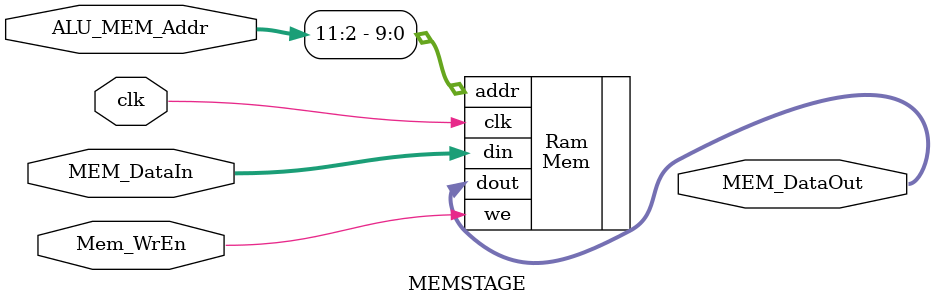
<source format=v>
`timescale 1ns / 1ps

module MEMSTAGE(
    input clk, Mem_WrEn,
	 input [31:0] ALU_MEM_Addr, MEM_DataIn,
	 output [31:0] MEM_DataOut
    );
	 
	 Mem Ram (.dout(MEM_DataOut), .clk(clk), .we(Mem_WrEn), .addr(ALU_MEM_Addr[11:2]), .din(MEM_DataIn));


endmodule

</source>
